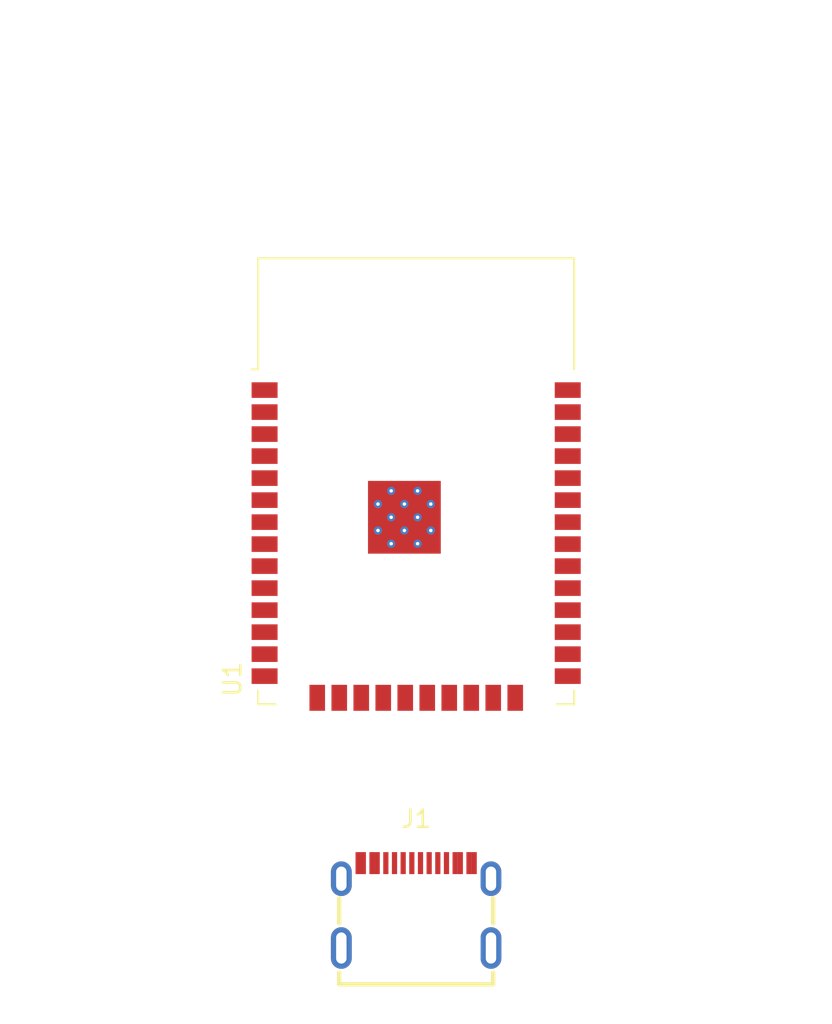
<source format=kicad_pcb>
(kicad_pcb (version 20211014) (generator pcbnew)
  (layers (0 "F.Cu" signal) (31 "B.Cu" signal) (34 "B.Paste" user) (35 "F.Paste" user) (36 "B.SilkS" user "B.Silkscreen") (37 "F.SilkS" user "F.Silkscreen") (38 "B.Mask" user) (39 "F.Mask" user) (44 "Edge.Cuts" user))
  (net 0 "")
  (net 1 "Net-(U1-Pad1)")
  (net 37 "Net-(J1-PadA1)")
  (net 38 "Net-(J1-PadA4)")
  (footprint "taki:918-418K2023S40024" (layer "F.Cu") (at 175 102)
    (fp_text reference "J1" (at 0 -5 unlocked) (layer "F.SilkS"))
    (fp_text value "USB_C_Receptacle_USB2.0")
    (fp_line (start 4.445 3.872) (end 4.445 4.546) (layer "F.SilkS") (width 0.254))
    (fp_line (start -4.445 4.546) (end -4.445 3.872) (layer "F.SilkS") (width 0.254))
    (fp_line (start -4.445 -0.43) (end -4.445 0.978) (layer "F.SilkS") (width 0.254))
    (fp_line (start 4.445 0.978) (end 4.445 -0.43) (layer "F.SilkS") (width 0.254))
    (fp_line (start -4.445 1.028) (end -4.445 0.978) (layer "F.SilkS") (width 0.254))
    (fp_line (start 4.445 4.546) (end -4.445 4.546) (layer "F.SilkS") (width 0.254))
    (fp_line (start 4.445 0.978) (end 4.445 1.028) (layer "F.SilkS") (width 0.254))
    (pad "" np_thru_hole circle (at 2.89 -1.204) (size 0.8 0.8) (drill 0.8) (layers *.Mask "F.Cu" "In1.Cu" "B.Cu"))
    (pad "" np_thru_hole circle (at -2.89 -1.204) (size 0.8 0.8) (drill 0.8) (layers *.Mask "F.Cu" "In1.Cu" "B.Cu"))
    (pad "A1" smd rect (at -3.35 -2.45) (size 0.3 1.27) (layers "F.Cu" "F.Paste" "F.Mask") (net 37 "Net-(J1-PadA1)"))
    (pad "A4" smd rect (at -2.55 -2.45) (size 0.3 1.27) (layers "F.Cu" "F.Paste" "F.Mask") (net 38 "Net-(J1-PadA4)"))
    (pad "A5" smd rect (at -1.25 -2.45) (size 0.3 1.27) (layers "F.Cu" "F.Paste" "F.Mask"))
    (pad "A6" smd rect (at -0.25 -2.45) (size 0.3 1.27) (layers "F.Cu" "F.Paste" "F.Mask"))
    (pad "A7" smd rect (at 0.25 -2.45) (size 0.3 1.27) (layers "F.Cu" "F.Paste" "F.Mask"))
    (pad "A8" smd rect (at 1.25 -2.45) (size 0.3 1.27) (layers "F.Cu" "F.Paste" "F.Mask"))
    (pad "A9" smd rect (at 2.55 -2.45) (size 0.3 1.27) (layers "F.Cu" "F.Paste" "F.Mask") (net 38 "Net-(J1-PadA4)"))
    (pad "A12" smd rect (at 3.35 -2.45) (size 0.3 1.27) (layers "F.Cu" "F.Paste" "F.Mask") (net 37 "Net-(J1-PadA1)"))
    (pad "B1" smd rect (at 3.05 -2.45) (size 0.3 1.27) (layers "F.Cu" "F.Paste" "F.Mask") (net 37 "Net-(J1-PadA1)"))
    (pad "B4" smd rect (at 2.25 -2.45) (size 0.3 1.27) (layers "F.Cu" "F.Paste" "F.Mask") (net 38 "Net-(J1-PadA4)"))
    (pad "B5" smd rect (at 1.75 -2.45) (size 0.3 1.27) (layers "F.Cu" "F.Paste" "F.Mask"))
    (pad "B6" smd rect (at 0.75 -2.45) (size 0.3 1.27) (layers "F.Cu" "F.Paste" "F.Mask"))
    (pad "B7" smd rect (at -0.75 -2.45) (size 0.3 1.27) (layers "F.Cu" "F.Paste" "F.Mask"))
    (pad "B8" smd rect (at -1.75 -2.45) (size 0.3 1.27) (layers "F.Cu" "F.Paste" "F.Mask"))
    (pad "B9" smd rect (at -2.25 -2.45) (size 0.3 1.27) (layers "F.Cu" "F.Paste" "F.Mask") (net 38 "Net-(J1-PadA4)"))
    (pad "B12" smd rect (at -3.05 -2.45) (size 0.3 1.27) (layers "F.Cu" "F.Paste" "F.Mask") (net 37 "Net-(J1-PadA1)"))
    (pad "S1" thru_hole oval (at -4.32 -1.55) (size 1.2 2) (drill oval 0.6 1.4) (layers *.Cu *.Mask))
    (pad "S1" thru_hole oval (at 4.32 2.45) (size 1.2 2.4) (drill oval 0.6 1.8) (layers *.Cu *.Mask))
    (pad "S1" thru_hole oval (at 4.318 -1.55) (size 1.2 2) (drill oval 0.6 1.4) (layers *.Cu *.Mask))
    (pad "S1" thru_hole oval (at -4.32 2.45) (size 1.2 2.4) (drill oval 0.6 1.8) (layers *.Cu *.Mask))
  )
  (footprint "RF_Module:ESP32-WROOM-32" (layer "F.Cu") (at 175 80.5)
    (fp_text reference "U1" (at -10.61 8.43 90) (layer "F.SilkS"))
    (fp_text value "ESP32-WROOM-32D")
    (fp_line (start -9.12 -15.86) (end 9.12 -15.86) (layer "F.SilkS") (width 0.12))
    (fp_line (start -9.12 -9.445) (end -9.5 -9.445) (layer "F.SilkS") (width 0.12))
    (fp_line (start 9.12 9.88) (end 8.12 9.88) (layer "F.SilkS") (width 0.12))
    (fp_line (start 9.12 9.1) (end 9.12 9.88) (layer "F.SilkS") (width 0.12))
    (fp_line (start -9.12 9.1) (end -9.12 9.88) (layer "F.SilkS") (width 0.12))
    (fp_line (start -9.12 9.88) (end -8.12 9.88) (layer "F.SilkS") (width 0.12))
    (fp_line (start -9.12 -15.86) (end -9.12 -9.445) (layer "F.SilkS") (width 0.12))
    (fp_line (start 9.12 -15.86) (end 9.12 -9.445) (layer "F.SilkS") (width 0.12))
    (pad "1" smd rect (at -8.75 -8.25) (size 1.5 0.9) (layers "F.Cu" "F.Paste" "F.Mask") (net 1 "Net-(U1-Pad1)"))
    (pad "2" smd rect (at -8.75 -6.98) (size 1.5 0.9) (layers "F.Cu" "F.Paste" "F.Mask"))
    (pad "3" smd rect (at -8.75 -5.71) (size 1.5 0.9) (layers "F.Cu" "F.Paste" "F.Mask"))
    (pad "4" smd rect (at -8.75 -4.44) (size 1.5 0.9) (layers "F.Cu" "F.Paste" "F.Mask"))
    (pad "5" smd rect (at -8.75 -3.17) (size 1.5 0.9) (layers "F.Cu" "F.Paste" "F.Mask"))
    (pad "6" smd rect (at -8.75 -1.9) (size 1.5 0.9) (layers "F.Cu" "F.Paste" "F.Mask"))
    (pad "7" smd rect (at -8.75 -0.63) (size 1.5 0.9) (layers "F.Cu" "F.Paste" "F.Mask"))
    (pad "8" smd rect (at -8.75 0.64) (size 1.5 0.9) (layers "F.Cu" "F.Paste" "F.Mask"))
    (pad "9" smd rect (at -8.75 1.91) (size 1.5 0.9) (layers "F.Cu" "F.Paste" "F.Mask"))
    (pad "10" smd rect (at -8.75 3.18) (size 1.5 0.9) (layers "F.Cu" "F.Paste" "F.Mask"))
    (pad "11" smd rect (at -8.75 4.45) (size 1.5 0.9) (layers "F.Cu" "F.Paste" "F.Mask"))
    (pad "12" smd rect (at -8.75 5.72) (size 1.5 0.9) (layers "F.Cu" "F.Paste" "F.Mask"))
    (pad "13" smd rect (at -8.75 6.99) (size 1.5 0.9) (layers "F.Cu" "F.Paste" "F.Mask"))
    (pad "14" smd rect (at -8.75 8.26) (size 1.5 0.9) (layers "F.Cu" "F.Paste" "F.Mask"))
    (pad "15" smd rect (at -5.71 9.51 90) (size 1.5 0.9) (layers "F.Cu" "F.Paste" "F.Mask") (net 1 "Net-(U1-Pad1)"))
    (pad "16" smd rect (at -4.44 9.51 90) (size 1.5 0.9) (layers "F.Cu" "F.Paste" "F.Mask"))
    (pad "17" smd rect (at -3.17 9.51 90) (size 1.5 0.9) (layers "F.Cu" "F.Paste" "F.Mask"))
    (pad "18" smd rect (at -1.9 9.51 90) (size 1.5 0.9) (layers "F.Cu" "F.Paste" "F.Mask"))
    (pad "19" smd rect (at -0.63 9.51 90) (size 1.5 0.9) (layers "F.Cu" "F.Paste" "F.Mask"))
    (pad "20" smd rect (at 0.64 9.51 90) (size 1.5 0.9) (layers "F.Cu" "F.Paste" "F.Mask"))
    (pad "21" smd rect (at 1.91 9.51 90) (size 1.5 0.9) (layers "F.Cu" "F.Paste" "F.Mask"))
    (pad "22" smd rect (at 3.18 9.51 90) (size 1.5 0.9) (layers "F.Cu" "F.Paste" "F.Mask"))
    (pad "23" smd rect (at 4.45 9.51 90) (size 1.5 0.9) (layers "F.Cu" "F.Paste" "F.Mask"))
    (pad "24" smd rect (at 5.72 9.51 90) (size 1.5 0.9) (layers "F.Cu" "F.Paste" "F.Mask"))
    (pad "25" smd rect (at 8.75 8.26) (size 1.5 0.9) (layers "F.Cu" "F.Paste" "F.Mask"))
    (pad "26" smd rect (at 8.75 6.99) (size 1.5 0.9) (layers "F.Cu" "F.Paste" "F.Mask"))
    (pad "27" smd rect (at 8.75 5.72) (size 1.5 0.9) (layers "F.Cu" "F.Paste" "F.Mask"))
    (pad "28" smd rect (at 8.75 4.45) (size 1.5 0.9) (layers "F.Cu" "F.Paste" "F.Mask"))
    (pad "29" smd rect (at 8.75 3.18) (size 1.5 0.9) (layers "F.Cu" "F.Paste" "F.Mask"))
    (pad "30" smd rect (at 8.75 1.91) (size 1.5 0.9) (layers "F.Cu" "F.Paste" "F.Mask"))
    (pad "31" smd rect (at 8.75 0.64) (size 1.5 0.9) (layers "F.Cu" "F.Paste" "F.Mask"))
    (pad "32" smd rect (at 8.75 -0.63) (size 1.5 0.9) (layers "F.Cu" "F.Paste" "F.Mask"))
    (pad "33" smd rect (at 8.75 -1.9) (size 1.5 0.9) (layers "F.Cu" "F.Paste" "F.Mask"))
    (pad "34" smd rect (at 8.75 -3.17) (size 1.5 0.9) (layers "F.Cu" "F.Paste" "F.Mask"))
    (pad "35" smd rect (at 8.75 -4.44) (size 1.5 0.9) (layers "F.Cu" "F.Paste" "F.Mask"))
    (pad "36" smd rect (at 8.75 -5.71) (size 1.5 0.9) (layers "F.Cu" "F.Paste" "F.Mask"))
    (pad "37" smd rect (at 8.75 -6.98) (size 1.5 0.9) (layers "F.Cu" "F.Paste" "F.Mask"))
    (pad "38" smd rect (at 8.75 -8.25) (size 1.5 0.9) (layers "F.Cu" "F.Paste" "F.Mask") (net 1 "Net-(U1-Pad1)"))
    (pad "39" smd rect (at -0.68 -0.91) (size 4.2 4.2) (layers "F.Cu" "F.Mask") (net 1 "Net-(U1-Pad1)"))
    (pad "39" thru_hole circle (at 0.0825 -0.91) (size 0.475 0.475) (drill 0.2) (property pad_prop_heatsink) (layers *.Cu "F.Mask") (net 1 "Net-(U1-Pad1)"))
    (pad "39" thru_hole circle (at -0.68 -0.1475) (size 0.475 0.475) (drill 0.2) (property pad_prop_heatsink) (layers *.Cu "F.Mask") (net 1 "Net-(U1-Pad1)"))
    (pad "39" thru_hole circle (at -1.4425 -0.91) (size 0.475 0.475) (drill 0.2) (property pad_prop_heatsink) (layers *.Cu "F.Mask") (net 1 "Net-(U1-Pad1)"))
    (pad "39" thru_hole circle (at -2.205 -1.6725) (size 0.475 0.475) (drill 0.2) (property pad_prop_heatsink) (layers *.Cu "F.Mask") (net 1 "Net-(U1-Pad1)"))
    (pad "39" thru_hole circle (at -2.205 -0.1475) (size 0.475 0.475) (drill 0.2) (property pad_prop_heatsink) (layers *.Cu "F.Mask") (net 1 "Net-(U1-Pad1)"))
    (pad "39" thru_hole circle (at -1.4425 0.615) (size 0.475 0.475) (drill 0.2) (property pad_prop_heatsink) (layers *.Cu "F.Mask") (net 1 "Net-(U1-Pad1)"))
    (pad "39" smd rect (at 0.845 0.615) (size 1.05 1.05) (layers "F.Cu" "F.Paste") (net 1 "Net-(U1-Pad1)"))
    (pad "39" thru_hole circle (at 0.845 -1.6725) (size 0.475 0.475) (drill 0.2) (property pad_prop_heatsink) (layers *.Cu "F.Mask") (net 1 "Net-(U1-Pad1)"))
    (pad "39" smd rect (at -0.68 -0.91) (size 1.05 1.05) (layers "F.Cu" "F.Paste") (net 1 "Net-(U1-Pad1)"))
    (pad "39" smd rect (at 0.845 -0.91) (size 1.05 1.05) (layers "F.Cu" "F.Paste") (net 1 "Net-(U1-Pad1)"))
    (pad "39" thru_hole circle (at 0.845 -0.1475) (size 0.475 0.475) (drill 0.2) (property pad_prop_heatsink) (layers *.Cu "F.Mask") (net 1 "Net-(U1-Pad1)"))
    (pad "39" thru_hole circle (at -1.4425 -2.435) (size 0.475 0.475) (drill 0.2) (property pad_prop_heatsink) (layers *.Cu "F.Mask") (net 1 "Net-(U1-Pad1)"))
    (pad "39" thru_hole circle (at -0.68 -1.6725) (size 0.475 0.475) (drill 0.2) (property pad_prop_heatsink) (layers *.Cu "F.Mask") (net 1 "Net-(U1-Pad1)"))
    (pad "39" smd rect (at -2.205 -0.91) (size 1.05 1.05) (layers "F.Cu" "F.Paste") (net 1 "Net-(U1-Pad1)"))
    (pad "39" smd rect (at -0.68 -2.435) (size 1.05 1.05) (layers "F.Cu" "F.Paste") (net 1 "Net-(U1-Pad1)"))
    (pad "39" smd rect (at -2.205 -2.435) (size 1.05 1.05) (layers "F.Cu" "F.Paste") (net 1 "Net-(U1-Pad1)"))
    (pad "39" thru_hole circle (at 0.0825 -2.435) (size 0.475 0.475) (drill 0.2) (property pad_prop_heatsink) (layers *.Cu "F.Mask") (net 1 "Net-(U1-Pad1)"))
    (pad "39" smd rect (at 0.845 -2.435) (size 1.05 1.05) (layers "F.Cu" "F.Paste") (net 1 "Net-(U1-Pad1)"))
    (pad "39" smd rect (at -0.68 0.615) (size 1.05 1.05) (layers "F.Cu" "F.Paste") (net 1 "Net-(U1-Pad1)"))
    (pad "39" smd rect (at -2.205 0.615) (size 1.05 1.05) (layers "F.Cu" "F.Paste") (net 1 "Net-(U1-Pad1)"))
    (pad "39" thru_hole circle (at 0.0825 0.615) (size 0.475 0.475) (drill 0.2) (property pad_prop_heatsink) (layers *.Cu "F.Mask") (net 1 "Net-(U1-Pad1)"))
  )
)
</source>
